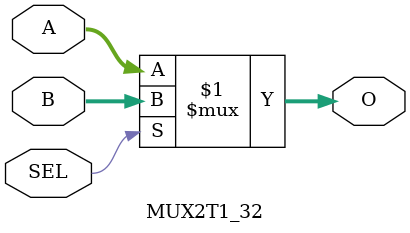
<source format=v>
`timescale 1ns / 1ps
module MUX2T1_32(input [31:0] A, B,
					  input SEL,
					  output [31:0] O
    );
	 assign O=(SEL)?B:A;


endmodule

</source>
